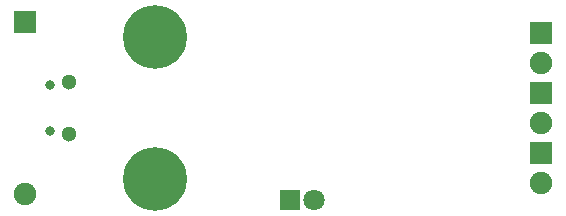
<source format=gbs>
G04 #@! TF.GenerationSoftware,KiCad,Pcbnew,(5.0.0-rc2-dev-596-gcfd2f1d00)*
G04 #@! TF.CreationDate,2018-08-25T14:54:55+02:00*
G04 #@! TF.ProjectId,MP2637,4D50323633372E6B696361645F706362,rev?*
G04 #@! TF.SameCoordinates,Original*
G04 #@! TF.FileFunction,Soldermask,Bot*
G04 #@! TF.FilePolarity,Negative*
%FSLAX45Y45*%
G04 Gerber Fmt 4.5, Leading zero omitted, Abs format (unit mm)*
G04 Created by KiCad (PCBNEW (5.0.0-rc2-dev-596-gcfd2f1d00)) date 08/25/18 14:54:55*
%MOMM*%
%LPD*%
G01*
G04 APERTURE LIST*
%ADD10C,1.300000*%
%ADD11C,0.800000*%
%ADD12C,1.900000*%
%ADD13C,5.400000*%
%ADD14R,1.900000X1.900000*%
%ADD15R,1.800000X1.800000*%
%ADD16C,1.800000*%
G04 APERTURE END LIST*
D10*
X10525000Y-6095000D03*
X10525000Y-5655000D03*
D11*
X10365000Y-5680000D03*
X10365000Y-6070000D03*
D12*
X10150000Y-6600000D03*
D13*
X11250000Y-5275000D03*
X11250000Y-6475000D03*
D14*
X10150000Y-5150000D03*
D15*
X12400000Y-6650000D03*
D16*
X12600000Y-6650000D03*
D14*
X14525000Y-6258000D03*
D12*
X14525000Y-6512000D03*
D14*
X14525000Y-5238000D03*
D12*
X14525000Y-5492000D03*
D14*
X14525000Y-5748000D03*
D12*
X14525000Y-6002000D03*
M02*

</source>
